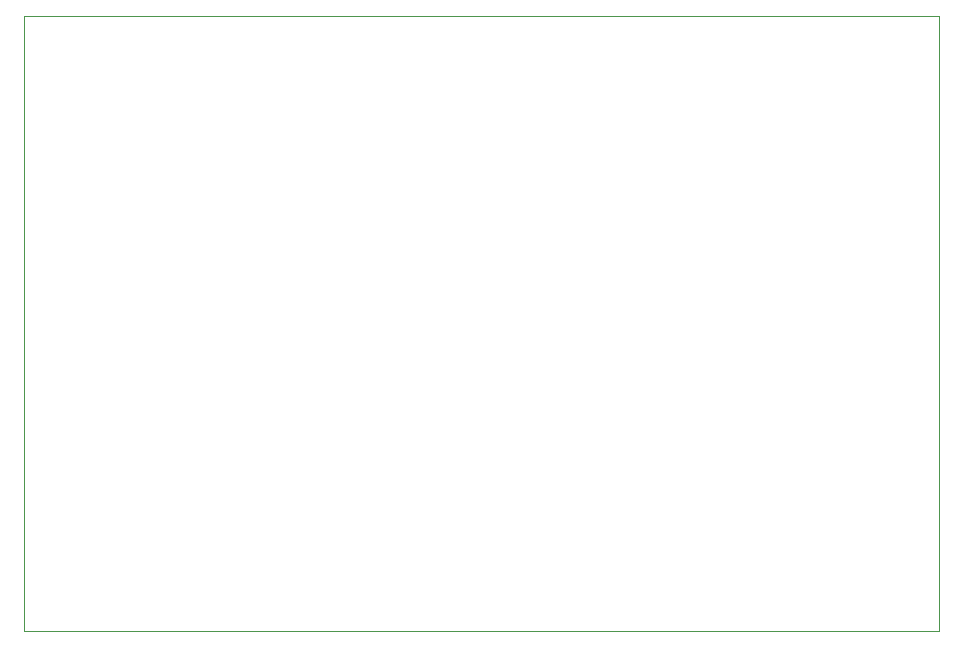
<source format=gm1>
%TF.GenerationSoftware,KiCad,Pcbnew,(6.0.9)*%
%TF.CreationDate,2023-01-16T23:19:07+01:00*%
%TF.ProjectId,FM_radio_atmega_8,464d5f72-6164-4696-9f5f-61746d656761,rev?*%
%TF.SameCoordinates,Original*%
%TF.FileFunction,Profile,NP*%
%FSLAX46Y46*%
G04 Gerber Fmt 4.6, Leading zero omitted, Abs format (unit mm)*
G04 Created by KiCad (PCBNEW (6.0.9)) date 2023-01-16 23:19:07*
%MOMM*%
%LPD*%
G01*
G04 APERTURE LIST*
%TA.AperFunction,Profile*%
%ADD10C,0.100000*%
%TD*%
G04 APERTURE END LIST*
D10*
X52070000Y-130810000D02*
X129540000Y-130810000D01*
X129540000Y-130810000D02*
X129540000Y-78740000D01*
X129540000Y-78740000D02*
X52070000Y-78740000D01*
X52070000Y-78740000D02*
X52070000Y-130810000D01*
M02*

</source>
